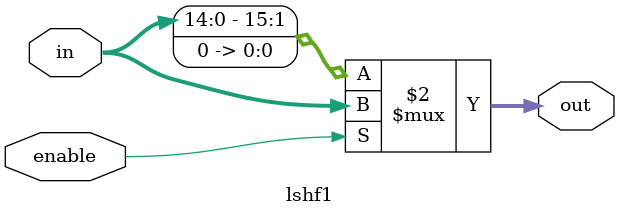
<source format=v>
/* Module: lshf1();
*
*  Parameter:
*      In:      in - 16-bit input value
*               enable - 1-bit shift-enable control signal
*      Out:     out - 16-bit single-left-shifted output value
*
*  Description: The module outputs the input value left-shifted by one.
*
*  Author: Patrick Reynolds
*/

module lshf1 (
	in,
	enable,
	out
);

input [15:0] in;
input enable;
output [15:0] out;

assign out = enable ? in : in << 1;

endmodule
</source>
